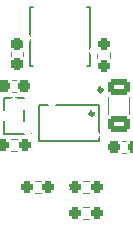
<source format=gbr>
%TF.GenerationSoftware,KiCad,Pcbnew,(6.0.6-0)*%
%TF.CreationDate,2022-09-05T22:58:31-07:00*%
%TF.ProjectId,5V converter,35562063-6f6e-4766-9572-7465722e6b69,rev?*%
%TF.SameCoordinates,Original*%
%TF.FileFunction,Legend,Top*%
%TF.FilePolarity,Positive*%
%FSLAX46Y46*%
G04 Gerber Fmt 4.6, Leading zero omitted, Abs format (unit mm)*
G04 Created by KiCad (PCBNEW (6.0.6-0)) date 2022-09-05 22:58:31*
%MOMM*%
%LPD*%
G01*
G04 APERTURE LIST*
G04 Aperture macros list*
%AMRoundRect*
0 Rectangle with rounded corners*
0 $1 Rounding radius*
0 $2 $3 $4 $5 $6 $7 $8 $9 X,Y pos of 4 corners*
0 Add a 4 corners polygon primitive as box body*
4,1,4,$2,$3,$4,$5,$6,$7,$8,$9,$2,$3,0*
0 Add four circle primitives for the rounded corners*
1,1,$1+$1,$2,$3*
1,1,$1+$1,$4,$5*
1,1,$1+$1,$6,$7*
1,1,$1+$1,$8,$9*
0 Add four rect primitives between the rounded corners*
20,1,$1+$1,$2,$3,$4,$5,0*
20,1,$1+$1,$4,$5,$6,$7,0*
20,1,$1+$1,$6,$7,$8,$9,0*
20,1,$1+$1,$8,$9,$2,$3,0*%
G04 Aperture macros list end*
%ADD10C,0.152400*%
%ADD11C,0.300000*%
%ADD12C,0.059995*%
%ADD13C,0.120000*%
%ADD14R,3.500000X2.000000*%
%ADD15C,5.600000*%
%ADD16O,0.600000X1.800000*%
%ADD17R,2.289992X2.289992*%
%ADD18R,1.037490X0.532004*%
%ADD19RoundRect,0.237500X0.250000X0.237500X-0.250000X0.237500X-0.250000X-0.237500X0.250000X-0.237500X0*%
%ADD20RoundRect,0.237500X-0.250000X-0.237500X0.250000X-0.237500X0.250000X0.237500X-0.250000X0.237500X0*%
%ADD21RoundRect,0.237500X0.237500X-0.250000X0.237500X0.250000X-0.237500X0.250000X-0.237500X-0.250000X0*%
%ADD22R,4.220015X2.124003*%
%ADD23RoundRect,0.250000X-0.650000X0.412500X-0.650000X-0.412500X0.650000X-0.412500X0.650000X0.412500X0*%
%ADD24RoundRect,0.237500X-0.300000X-0.237500X0.300000X-0.237500X0.300000X0.237500X-0.300000X0.237500X0*%
%ADD25RoundRect,0.237500X0.237500X-0.300000X0.237500X0.300000X-0.237500X0.300000X-0.237500X-0.300000X0*%
%ADD26C,0.800000*%
G04 APERTURE END LIST*
D10*
%TO.C,U2*%
X103850007Y-58533691D02*
X103850007Y-61576515D01*
X98797581Y-61576515D02*
X98797581Y-58533691D01*
X103850007Y-61576515D02*
X98797581Y-61576515D01*
X98797581Y-58533691D02*
X103850007Y-58533691D01*
D11*
X104125419Y-57282687D02*
G75*
G03*
X104125419Y-57282687I-150114J0D01*
G01*
D12*
X103803855Y-57055103D02*
G75*
G03*
X103803855Y-57055103I-29972J0D01*
G01*
D11*
X103378912Y-59285989D02*
G75*
G03*
X103378912Y-59285989I-150114J0D01*
G01*
D10*
%TO.C,U1*%
X95813700Y-60981463D02*
X95813700Y-59949840D01*
X97531100Y-60981463D02*
X95813700Y-60981463D01*
X97531100Y-58999852D02*
X97531100Y-59910648D01*
X95813700Y-57929037D02*
X95813700Y-58960660D01*
X97531100Y-57929037D02*
X95813700Y-57929037D01*
D12*
X98127391Y-60955225D02*
G75*
G03*
X98127391Y-60955225I-29997J0D01*
G01*
D13*
%TO.C,R5*%
X103023124Y-67162350D02*
X102513676Y-67162350D01*
X103023124Y-68207350D02*
X102513676Y-68207350D01*
%TO.C,R4*%
X102513676Y-66022950D02*
X103023124Y-66022950D01*
X102513676Y-64977950D02*
X103023124Y-64977950D01*
%TO.C,R3*%
X98908324Y-64977950D02*
X98398876Y-64977950D01*
X98908324Y-66022950D02*
X98398876Y-66022950D01*
%TO.C,R2*%
X103719100Y-54560374D02*
X103719100Y-54050926D01*
X104764100Y-54560374D02*
X104764100Y-54050926D01*
%TO.C,R1*%
X96380262Y-61448353D02*
X96889710Y-61448353D01*
X96380262Y-62493353D02*
X96889710Y-62493353D01*
D10*
%TO.C,L1*%
X98006987Y-50223437D02*
X98006987Y-55275863D01*
X98006987Y-55275863D02*
X98270792Y-55275863D01*
X98270792Y-50223437D02*
X98006987Y-50223437D01*
X103059413Y-50223437D02*
X103059413Y-55275863D01*
X102795608Y-50223437D02*
X103059413Y-50223437D01*
X103059413Y-55275863D02*
X102795608Y-55275863D01*
D12*
X103063197Y-55249650D02*
G75*
G03*
X103063197Y-55249650I-29997J0D01*
G01*
D13*
%TO.C,C4*%
X104601600Y-57880398D02*
X104601600Y-59302902D01*
X106421600Y-57880398D02*
X106421600Y-59302902D01*
%TO.C,C3*%
X105822533Y-61637650D02*
X106115067Y-61637650D01*
X105822533Y-62657650D02*
X106115067Y-62657650D01*
%TO.C,C2*%
X96488719Y-56456050D02*
X96781253Y-56456050D01*
X96488719Y-57476050D02*
X96781253Y-57476050D01*
%TO.C,C1*%
X96365600Y-54401117D02*
X96365600Y-54108583D01*
X97385600Y-54401117D02*
X97385600Y-54108583D01*
%TD*%
%LPC*%
D14*
%TO.C,P5*%
X109067600Y-60096400D03*
%TD*%
%TO.C,P4*%
X92049600Y-58648600D03*
%TD*%
%TO.C,P3*%
X92049600Y-61544200D03*
%TD*%
%TO.C,P2*%
X109067600Y-57023000D03*
%TD*%
%TO.C,P1*%
X92049600Y-55753000D03*
%TD*%
D15*
%TO.C,H4*%
X108051600Y-51174850D03*
%TD*%
%TO.C,H3*%
X108051600Y-66059250D03*
%TD*%
%TO.C,H2*%
X93319600Y-66059250D03*
%TD*%
%TO.C,H1*%
X93319600Y-51174850D03*
%TD*%
D16*
%TO.C,U2*%
X103228798Y-57282687D03*
X101958795Y-57282687D03*
X100688793Y-57282687D03*
X99418790Y-57282687D03*
X99418790Y-62827519D03*
X100688793Y-62827519D03*
X101958795Y-62827519D03*
X103228798Y-62827519D03*
D17*
X101323794Y-60055103D03*
%TD*%
D18*
%TO.C,U1*%
X97773746Y-60405212D03*
X97773746Y-58505288D03*
X95571054Y-59455250D03*
%TD*%
D19*
%TO.C,R5*%
X101855900Y-67684850D03*
X103680900Y-67684850D03*
%TD*%
D20*
%TO.C,R4*%
X103680900Y-65500450D03*
X101855900Y-65500450D03*
%TD*%
D19*
%TO.C,R3*%
X97741100Y-65500450D03*
X99566100Y-65500450D03*
%TD*%
D21*
%TO.C,R2*%
X104241600Y-55218150D03*
X104241600Y-53393150D03*
%TD*%
D20*
%TO.C,R1*%
X95722486Y-61970853D03*
X97547486Y-61970853D03*
%TD*%
D22*
%TO.C,L1*%
X100533200Y-54749650D03*
X100533200Y-50749650D03*
%TD*%
D23*
%TO.C,C4*%
X105511600Y-57029150D03*
X105511600Y-60154150D03*
%TD*%
D24*
%TO.C,C3*%
X105106300Y-62147650D03*
X106831300Y-62147650D03*
%TD*%
%TO.C,C2*%
X95772486Y-56966050D03*
X97497486Y-56966050D03*
%TD*%
D25*
%TO.C,C1*%
X96875600Y-55117350D03*
X96875600Y-53392350D03*
%TD*%
D26*
X106730800Y-54680050D03*
X98399600Y-56610450D03*
X97688400Y-52902050D03*
X99517200Y-60064850D03*
X94843600Y-58439250D03*
X96672400Y-58337650D03*
X105511600Y-58388450D03*
X103530400Y-61080850D03*
X100126800Y-64078050D03*
X100939600Y-65551250D03*
X99905898Y-58325605D03*
X103428800Y-54019650D03*
X102565200Y-56661250D03*
X100533200Y-52394050D03*
M02*

</source>
